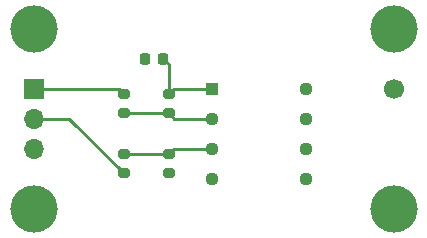
<source format=gbr>
%TF.GenerationSoftware,KiCad,Pcbnew,6.0.11+dfsg-1*%
%TF.CreationDate,2025-05-12T20:35:14-06:00*%
%TF.ProjectId,voltage_mapper,766f6c74-6167-4655-9f6d-61707065722e,rev?*%
%TF.SameCoordinates,Original*%
%TF.FileFunction,Copper,L1,Top*%
%TF.FilePolarity,Positive*%
%FSLAX46Y46*%
G04 Gerber Fmt 4.6, Leading zero omitted, Abs format (unit mm)*
G04 Created by KiCad (PCBNEW 6.0.11+dfsg-1) date 2025-05-12 20:35:14*
%MOMM*%
%LPD*%
G01*
G04 APERTURE LIST*
G04 Aperture macros list*
%AMRoundRect*
0 Rectangle with rounded corners*
0 $1 Rounding radius*
0 $2 $3 $4 $5 $6 $7 $8 $9 X,Y pos of 4 corners*
0 Add a 4 corners polygon primitive as box body*
4,1,4,$2,$3,$4,$5,$6,$7,$8,$9,$2,$3,0*
0 Add four circle primitives for the rounded corners*
1,1,$1+$1,$2,$3*
1,1,$1+$1,$4,$5*
1,1,$1+$1,$6,$7*
1,1,$1+$1,$8,$9*
0 Add four rect primitives between the rounded corners*
20,1,$1+$1,$2,$3,$4,$5,0*
20,1,$1+$1,$4,$5,$6,$7,0*
20,1,$1+$1,$6,$7,$8,$9,0*
20,1,$1+$1,$8,$9,$2,$3,0*%
G04 Aperture macros list end*
%TA.AperFunction,ComponentPad*%
%ADD10C,1.700000*%
%TD*%
%TA.AperFunction,ComponentPad*%
%ADD11R,1.700000X1.700000*%
%TD*%
%TA.AperFunction,ComponentPad*%
%ADD12O,1.700000X1.700000*%
%TD*%
%TA.AperFunction,SMDPad,CuDef*%
%ADD13RoundRect,0.200000X-0.275000X0.200000X-0.275000X-0.200000X0.275000X-0.200000X0.275000X0.200000X0*%
%TD*%
%TA.AperFunction,ComponentPad*%
%ADD14RoundRect,0.200000X-0.275000X0.200000X-0.275000X-0.200000X0.275000X-0.200000X0.275000X0.200000X0*%
%TD*%
%TA.AperFunction,ComponentPad*%
%ADD15RoundRect,0.218750X0.218750X0.256250X-0.218750X0.256250X-0.218750X-0.256250X0.218750X-0.256250X0*%
%TD*%
%TA.AperFunction,SMDPad,CuDef*%
%ADD16RoundRect,0.218750X0.218750X0.256250X-0.218750X0.256250X-0.218750X-0.256250X0.218750X-0.256250X0*%
%TD*%
%TA.AperFunction,ComponentPad*%
%ADD17R,1.130000X1.130000*%
%TD*%
%TA.AperFunction,ComponentPad*%
%ADD18C,1.130000*%
%TD*%
%TA.AperFunction,ViaPad*%
%ADD19C,4.000000*%
%TD*%
%TA.AperFunction,Conductor*%
%ADD20C,0.250000*%
%TD*%
G04 APERTURE END LIST*
D10*
%TO.P,J2,1,Pin_1*%
%TO.N,/OUT1*%
X157480000Y-93980000D03*
%TD*%
D11*
%TO.P,J1,1,Pin_1*%
%TO.N,+5V*%
X127000000Y-93995000D03*
D12*
%TO.P,J1,2,Pin_2*%
%TO.N,+15V*%
X127000000Y-96535000D03*
%TO.P,J1,3,Pin_3*%
%TO.N,GND*%
X127000000Y-99075000D03*
%TD*%
D13*
%TO.P,R4,1*%
%TO.N,Net-(LM1-Pad3)*%
X138430000Y-99505000D03*
D14*
%TO.P,R4,2*%
%TO.N,GND*%
X138430000Y-101155000D03*
%TD*%
D15*
%TO.P,Z1,2,A*%
%TO.N,GND*%
X136372500Y-91440000D03*
D16*
%TO.P,Z1,1,K*%
%TO.N,/OUT1*%
X137947500Y-91440000D03*
%TD*%
D17*
%TO.P,LM358,1,OUT1*%
%TO.N,/OUT1*%
X142080000Y-93980000D03*
D18*
%TO.P,LM358,2,IN1-*%
%TO.N,Net-(LM1-Pad2)*%
X142080000Y-96520000D03*
%TO.P,LM358,3,IN1+*%
%TO.N,Net-(LM1-Pad3)*%
X142080000Y-99060000D03*
%TO.P,LM358,4,V-*%
%TO.N,GND*%
X142080000Y-101600000D03*
%TO.P,LM358,5,IN2+*%
%TO.N,unconnected-(LM1-Pad5)*%
X150020000Y-101600000D03*
%TO.P,LM358,6,IN2-*%
%TO.N,unconnected-(LM1-Pad6)*%
X150020000Y-99060000D03*
%TO.P,LM358,7,OUT2*%
%TO.N,unconnected-(LM1-Pad7)*%
X150020000Y-96520000D03*
%TO.P,LM358,8,V+*%
%TO.N,+15V*%
X150020000Y-93980000D03*
%TD*%
D14*
%TO.P,R2,2*%
%TO.N,+15V*%
X134620000Y-101155000D03*
D13*
%TO.P,R2,1*%
%TO.N,Net-(LM1-Pad3)*%
X134620000Y-99505000D03*
%TD*%
%TO.P,R3,1*%
%TO.N,/OUT1*%
X138430000Y-94425000D03*
%TO.P,R3,2*%
%TO.N,Net-(LM1-Pad2)*%
X138430000Y-96075000D03*
%TD*%
%TO.P,R1,1*%
%TO.N,+5V*%
X134620000Y-94425000D03*
%TO.P,R1,2*%
%TO.N,Net-(LM1-Pad2)*%
X134620000Y-96075000D03*
%TD*%
D19*
%TO.N,*%
X157480000Y-88900000D03*
X157480000Y-104140000D03*
X127000000Y-104140000D03*
X127000000Y-88900000D03*
%TD*%
D20*
%TO.N,+15V*%
X127000000Y-96535000D02*
X130000000Y-96535000D01*
X130000000Y-96535000D02*
X134620000Y-101155000D01*
%TO.N,+5V*%
X130795000Y-93995000D02*
X130810000Y-93980000D01*
X127000000Y-93995000D02*
X130795000Y-93995000D01*
X130810000Y-93980000D02*
X134175000Y-93980000D01*
X134175000Y-93980000D02*
X134620000Y-94425000D01*
%TO.N,/OUT1*%
X137947500Y-91440000D02*
X138430000Y-91922500D01*
X138430000Y-91922500D02*
X138430000Y-94425000D01*
%TO.N,Net-(LM1-Pad3)*%
X134620000Y-99505000D02*
X138430000Y-99505000D01*
%TO.N,Net-(LM1-Pad2)*%
X134620000Y-96075000D02*
X138430000Y-96075000D01*
X138430000Y-96075000D02*
X138875000Y-96520000D01*
X138875000Y-96520000D02*
X142080000Y-96520000D01*
%TO.N,Net-(LM1-Pad3)*%
X138430000Y-99505000D02*
X138875000Y-99060000D01*
X138875000Y-99060000D02*
X142080000Y-99060000D01*
%TO.N,/OUT1*%
X138430000Y-94425000D02*
X138875000Y-93980000D01*
X138875000Y-93980000D02*
X142080000Y-93980000D01*
%TD*%
M02*

</source>
